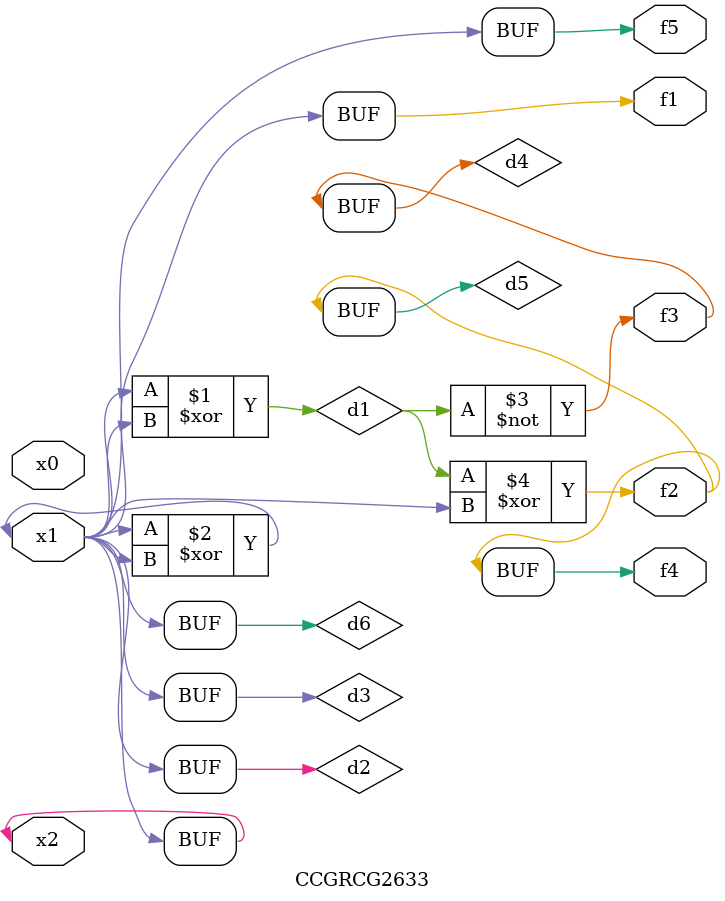
<source format=v>
module CCGRCG2633(
	input x0, x1, x2,
	output f1, f2, f3, f4, f5
);

	wire d1, d2, d3, d4, d5, d6;

	xor (d1, x1, x2);
	buf (d2, x1, x2);
	xor (d3, x1, x2);
	nor (d4, d1);
	xor (d5, d1, d2);
	buf (d6, d2, d3);
	assign f1 = d6;
	assign f2 = d5;
	assign f3 = d4;
	assign f4 = d5;
	assign f5 = d6;
endmodule

</source>
